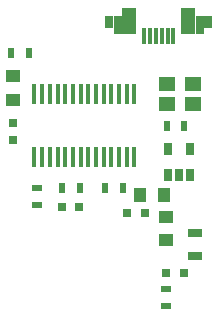
<source format=gtp>
%TF.GenerationSoftware,KiCad,Pcbnew,(5.1.2-1)-1*%
%TF.CreationDate,2019-05-29T15:28:05+01:00*%
%TF.ProjectId,a5v11-mod-01,61357631-312d-46d6-9f64-2d30312e6b69,rev?*%
%TF.SameCoordinates,PX3740df8PY3c191b8*%
%TF.FileFunction,Paste,Top*%
%TF.FilePolarity,Positive*%
%FSLAX46Y46*%
G04 Gerber Fmt 4.6, Leading zero omitted, Abs format (unit mm)*
G04 Created by KiCad (PCBNEW (5.1.2-1)-1) date 2019-05-29 15:28:05*
%MOMM*%
%LPD*%
G04 APERTURE LIST*
%ADD10R,0.350000X1.700000*%
%ADD11R,0.750000X0.800000*%
%ADD12R,0.500000X0.900000*%
%ADD13R,0.900000X0.500000*%
%ADD14R,0.650000X1.060000*%
%ADD15R,0.300000X1.400000*%
%ADD16R,1.250000X2.300000*%
%ADD17R,0.700000X1.600000*%
%ADD18R,0.700000X1.100000*%
%ADD19R,1.250000X1.000000*%
%ADD20R,1.000000X1.250000*%
%ADD21R,0.800000X0.750000*%
%ADD22R,1.300000X0.700000*%
%ADD23R,1.400000X1.200000*%
G04 APERTURE END LIST*
D10*
X5062600Y16177400D03*
X4412600Y16177400D03*
X3762600Y16177400D03*
X3112600Y16177400D03*
X2462600Y16177400D03*
X1812600Y16177400D03*
X1162600Y16177400D03*
X512600Y16177400D03*
X-137400Y16177400D03*
X-787400Y16177400D03*
X-1437400Y16177400D03*
X-2087400Y16177400D03*
X-2737400Y16177400D03*
X-3387400Y16177400D03*
X-3387400Y10877400D03*
X-2737400Y10877400D03*
X-2087400Y10877400D03*
X-1437400Y10877400D03*
X-787400Y10877400D03*
X-137400Y10877400D03*
X512600Y10877400D03*
X1162600Y10877400D03*
X1812600Y10877400D03*
X2462600Y10877400D03*
X3112600Y10877400D03*
X3762600Y10877400D03*
X4412600Y10877400D03*
X5062600Y10877400D03*
D11*
X-5244402Y12294732D03*
X-5244402Y13794732D03*
D12*
X7802600Y13477400D03*
X9302600Y13477400D03*
X-5359402Y19648732D03*
X-3859402Y19648732D03*
D13*
X-3212402Y6770232D03*
X-3212402Y8270232D03*
D12*
X458598Y8282232D03*
X-1041402Y8282232D03*
X2578098Y8282232D03*
X4078098Y8282232D03*
D14*
X7902600Y9377400D03*
X8852600Y9377400D03*
X9802600Y9377400D03*
X9802600Y11577400D03*
X7902600Y11577400D03*
D15*
X8376600Y21127400D03*
X7876600Y21127400D03*
X7376600Y21127400D03*
X6876600Y21127400D03*
X6376600Y21127400D03*
X5876600Y21127400D03*
D16*
X4626600Y22377400D03*
D17*
X3651600Y22027400D03*
D18*
X2951600Y22277400D03*
D16*
X9626600Y22377400D03*
D17*
X10601600Y22027400D03*
D18*
X11301600Y22277400D03*
D19*
X7762600Y3817400D03*
X7762600Y5817400D03*
X-5244402Y15727732D03*
X-5244402Y17727732D03*
D20*
X5562600Y7667400D03*
X7562600Y7667400D03*
D21*
X5962600Y6167400D03*
X4462600Y6167400D03*
D22*
X10202600Y2517400D03*
X10202600Y4417400D03*
D21*
X412600Y6617400D03*
X-1087400Y6617400D03*
X9262600Y1067400D03*
X7762600Y1067400D03*
D13*
X7762600Y-282600D03*
X7762600Y-1782600D03*
D23*
X7848600Y15343400D03*
X10048600Y15343400D03*
X10048600Y17043400D03*
X7848600Y17043400D03*
M02*

</source>
